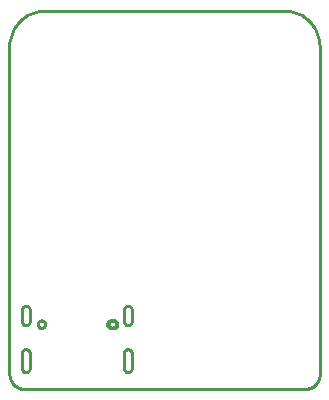
<source format=gbr>
G04 EAGLE Gerber RS-274X export*
G75*
%MOMM*%
%FSLAX34Y34*%
%LPD*%
%IN*%
%IPPOS*%
%AMOC8*
5,1,8,0,0,1.08239X$1,22.5*%
G01*
%ADD10C,0.254000*%


D10*
X14820Y12842D02*
X14820Y12842D01*
X14900Y11694D01*
X15080Y10557D01*
X15358Y9441D01*
X15733Y8353D01*
X16201Y7302D01*
X16758Y6295D01*
X17402Y5341D01*
X18126Y4447D01*
X18925Y3619D01*
X19794Y2864D01*
X20725Y2187D01*
X21711Y1595D01*
X22745Y1090D01*
X23819Y678D01*
X24925Y360D01*
X26055Y141D01*
X27199Y20D01*
X28350Y0D01*
X256200Y0D01*
X266753Y24D01*
X266753Y24D01*
X267838Y237D01*
X268900Y544D01*
X269931Y942D01*
X270923Y1429D01*
X271869Y2000D01*
X272762Y2651D01*
X273595Y3378D01*
X274361Y4175D01*
X275055Y5035D01*
X275671Y5953D01*
X276205Y6921D01*
X276653Y7931D01*
X277011Y8977D01*
X277276Y10050D01*
X277447Y11142D01*
X277522Y12245D01*
X277500Y13350D01*
X277500Y290337D01*
X277386Y292952D01*
X277044Y295547D01*
X276478Y298102D01*
X275691Y300598D01*
X274689Y303016D01*
X273481Y305337D01*
X272075Y307545D01*
X270481Y309621D01*
X268713Y311551D01*
X266784Y313319D01*
X264707Y314912D01*
X262500Y316318D01*
X260179Y317527D01*
X257761Y318528D01*
X255265Y319315D01*
X252709Y319882D01*
X250115Y320223D01*
X247500Y320337D01*
X210919Y320337D01*
X70984Y320214D01*
X44818Y320213D01*
X42369Y320106D01*
X39766Y319770D01*
X37202Y319210D01*
X34696Y318427D01*
X32268Y317430D01*
X29937Y316225D01*
X27719Y314821D01*
X25632Y313229D01*
X23692Y311461D01*
X21914Y309531D01*
X20310Y307454D01*
X18893Y305244D01*
X17675Y302919D01*
X16663Y300497D01*
X15867Y297996D01*
X15292Y295436D01*
X14942Y292834D01*
X14820Y290213D01*
X14820Y12842D01*
X97560Y54864D02*
X97572Y54589D01*
X97608Y54317D01*
X97667Y54049D01*
X97750Y53787D01*
X97855Y53533D01*
X97982Y53289D01*
X98130Y53057D01*
X98297Y52839D01*
X98483Y52637D01*
X98685Y52451D01*
X98903Y52284D01*
X99135Y52136D01*
X99379Y52009D01*
X99633Y51904D01*
X99895Y51821D01*
X100163Y51762D01*
X100435Y51726D01*
X100710Y51714D01*
X103210Y51714D01*
X103485Y51726D01*
X103757Y51762D01*
X104025Y51821D01*
X104287Y51904D01*
X104541Y52009D01*
X104785Y52136D01*
X105017Y52284D01*
X105235Y52451D01*
X105437Y52637D01*
X105623Y52839D01*
X105790Y53057D01*
X105938Y53289D01*
X106065Y53533D01*
X106170Y53787D01*
X106253Y54049D01*
X106312Y54317D01*
X106348Y54589D01*
X106360Y54864D01*
X106348Y55139D01*
X106312Y55411D01*
X106253Y55679D01*
X106170Y55941D01*
X106065Y56195D01*
X105938Y56439D01*
X105790Y56671D01*
X105623Y56889D01*
X105437Y57091D01*
X105235Y57277D01*
X105017Y57444D01*
X104785Y57592D01*
X104541Y57719D01*
X104287Y57824D01*
X104025Y57907D01*
X103757Y57966D01*
X103485Y58002D01*
X103210Y58014D01*
X100710Y58014D01*
X100435Y58002D01*
X100163Y57966D01*
X99895Y57907D01*
X99633Y57824D01*
X99379Y57719D01*
X99135Y57592D01*
X98903Y57444D01*
X98685Y57277D01*
X98483Y57091D01*
X98297Y56889D01*
X98130Y56671D01*
X97982Y56439D01*
X97855Y56195D01*
X97750Y55941D01*
X97667Y55679D01*
X97608Y55411D01*
X97572Y55139D01*
X97560Y54864D01*
X25510Y17364D02*
X25522Y17081D01*
X25559Y16800D01*
X25621Y16523D01*
X25706Y16252D01*
X25815Y15991D01*
X25945Y15739D01*
X26098Y15500D01*
X26270Y15275D01*
X26462Y15066D01*
X26671Y14874D01*
X26896Y14702D01*
X27135Y14549D01*
X27387Y14419D01*
X27648Y14310D01*
X27919Y14225D01*
X28196Y14163D01*
X28477Y14126D01*
X28760Y14114D01*
X29043Y14126D01*
X29324Y14163D01*
X29601Y14225D01*
X29872Y14310D01*
X30134Y14419D01*
X30385Y14549D01*
X30624Y14702D01*
X30849Y14874D01*
X31058Y15066D01*
X31250Y15275D01*
X31422Y15500D01*
X31575Y15739D01*
X31706Y15991D01*
X31814Y16252D01*
X31899Y16523D01*
X31961Y16800D01*
X31998Y17081D01*
X32010Y17364D01*
X32010Y30364D01*
X31998Y30647D01*
X31961Y30928D01*
X31899Y31205D01*
X31814Y31476D01*
X31706Y31738D01*
X31575Y31989D01*
X31422Y32228D01*
X31250Y32453D01*
X31058Y32662D01*
X30849Y32854D01*
X30624Y33026D01*
X30385Y33179D01*
X30134Y33310D01*
X29872Y33418D01*
X29601Y33503D01*
X29324Y33565D01*
X29043Y33602D01*
X28760Y33614D01*
X28477Y33602D01*
X28196Y33565D01*
X27919Y33503D01*
X27648Y33418D01*
X27387Y33310D01*
X27135Y33179D01*
X26896Y33026D01*
X26671Y32854D01*
X26462Y32662D01*
X26270Y32453D01*
X26098Y32228D01*
X25945Y31989D01*
X25815Y31738D01*
X25706Y31476D01*
X25621Y31205D01*
X25559Y30928D01*
X25522Y30647D01*
X25510Y30364D01*
X25510Y17364D01*
X111910Y17364D02*
X111922Y17081D01*
X111959Y16800D01*
X112021Y16523D01*
X112106Y16252D01*
X112215Y15991D01*
X112345Y15739D01*
X112498Y15500D01*
X112670Y15275D01*
X112862Y15066D01*
X113071Y14874D01*
X113296Y14702D01*
X113535Y14549D01*
X113787Y14419D01*
X114048Y14310D01*
X114319Y14225D01*
X114596Y14163D01*
X114877Y14126D01*
X115160Y14114D01*
X115443Y14126D01*
X115724Y14163D01*
X116001Y14225D01*
X116272Y14310D01*
X116534Y14419D01*
X116785Y14549D01*
X117024Y14702D01*
X117249Y14874D01*
X117458Y15066D01*
X117650Y15275D01*
X117822Y15500D01*
X117975Y15739D01*
X118106Y15991D01*
X118214Y16252D01*
X118299Y16523D01*
X118361Y16800D01*
X118398Y17081D01*
X118410Y17364D01*
X118410Y30364D01*
X118398Y30647D01*
X118361Y30928D01*
X118299Y31205D01*
X118214Y31476D01*
X118106Y31738D01*
X117975Y31989D01*
X117822Y32228D01*
X117650Y32453D01*
X117458Y32662D01*
X117249Y32854D01*
X117024Y33026D01*
X116785Y33179D01*
X116534Y33310D01*
X116272Y33418D01*
X116001Y33503D01*
X115724Y33565D01*
X115443Y33602D01*
X115160Y33614D01*
X114877Y33602D01*
X114596Y33565D01*
X114319Y33503D01*
X114048Y33418D01*
X113787Y33310D01*
X113535Y33179D01*
X113296Y33026D01*
X113071Y32854D01*
X112862Y32662D01*
X112670Y32453D01*
X112498Y32228D01*
X112345Y31989D01*
X112215Y31738D01*
X112106Y31476D01*
X112021Y31205D01*
X111959Y30928D01*
X111922Y30647D01*
X111910Y30364D01*
X111910Y17364D01*
X25510Y57114D02*
X25522Y56831D01*
X25559Y56550D01*
X25621Y56273D01*
X25706Y56002D01*
X25815Y55741D01*
X25945Y55489D01*
X26098Y55250D01*
X26270Y55025D01*
X26462Y54816D01*
X26671Y54624D01*
X26896Y54452D01*
X27135Y54299D01*
X27387Y54169D01*
X27648Y54060D01*
X27919Y53975D01*
X28196Y53913D01*
X28477Y53876D01*
X28760Y53864D01*
X29043Y53876D01*
X29324Y53913D01*
X29601Y53975D01*
X29872Y54060D01*
X30134Y54169D01*
X30385Y54299D01*
X30624Y54452D01*
X30849Y54624D01*
X31058Y54816D01*
X31250Y55025D01*
X31422Y55250D01*
X31575Y55489D01*
X31706Y55741D01*
X31814Y56002D01*
X31899Y56273D01*
X31961Y56550D01*
X31998Y56831D01*
X32010Y57114D01*
X32010Y67114D01*
X31998Y67397D01*
X31961Y67678D01*
X31899Y67955D01*
X31814Y68226D01*
X31706Y68488D01*
X31575Y68739D01*
X31422Y68978D01*
X31250Y69203D01*
X31058Y69412D01*
X30849Y69604D01*
X30624Y69776D01*
X30385Y69929D01*
X30134Y70060D01*
X29872Y70168D01*
X29601Y70253D01*
X29324Y70315D01*
X29043Y70352D01*
X28760Y70364D01*
X28477Y70352D01*
X28196Y70315D01*
X27919Y70253D01*
X27648Y70168D01*
X27387Y70060D01*
X27135Y69929D01*
X26896Y69776D01*
X26671Y69604D01*
X26462Y69412D01*
X26270Y69203D01*
X26098Y68978D01*
X25945Y68739D01*
X25815Y68488D01*
X25706Y68226D01*
X25621Y67955D01*
X25559Y67678D01*
X25522Y67397D01*
X25510Y67114D01*
X25510Y57114D01*
X111910Y57114D02*
X111922Y56831D01*
X111959Y56550D01*
X112021Y56273D01*
X112106Y56002D01*
X112215Y55741D01*
X112345Y55489D01*
X112498Y55250D01*
X112670Y55025D01*
X112862Y54816D01*
X113071Y54624D01*
X113296Y54452D01*
X113535Y54299D01*
X113787Y54169D01*
X114048Y54060D01*
X114319Y53975D01*
X114596Y53913D01*
X114877Y53876D01*
X115160Y53864D01*
X115443Y53876D01*
X115724Y53913D01*
X116001Y53975D01*
X116272Y54060D01*
X116534Y54169D01*
X116785Y54299D01*
X117024Y54452D01*
X117249Y54624D01*
X117458Y54816D01*
X117650Y55025D01*
X117822Y55250D01*
X117975Y55489D01*
X118106Y55741D01*
X118214Y56002D01*
X118299Y56273D01*
X118361Y56550D01*
X118398Y56831D01*
X118410Y57114D01*
X118410Y67114D01*
X118398Y67397D01*
X118361Y67678D01*
X118299Y67955D01*
X118214Y68226D01*
X118106Y68488D01*
X117975Y68739D01*
X117822Y68978D01*
X117650Y69203D01*
X117458Y69412D01*
X117249Y69604D01*
X117024Y69776D01*
X116785Y69929D01*
X116534Y70060D01*
X116272Y70168D01*
X116001Y70253D01*
X115724Y70315D01*
X115443Y70352D01*
X115160Y70364D01*
X114877Y70352D01*
X114596Y70315D01*
X114319Y70253D01*
X114048Y70168D01*
X113787Y70060D01*
X113535Y69929D01*
X113296Y69776D01*
X113071Y69604D01*
X112862Y69412D01*
X112670Y69203D01*
X112498Y68978D01*
X112345Y68739D01*
X112215Y68488D01*
X112106Y68226D01*
X112021Y67955D01*
X111959Y67678D01*
X111922Y67397D01*
X111910Y67114D01*
X111910Y57114D01*
X104960Y54628D02*
X104886Y54162D01*
X104740Y53712D01*
X104526Y53292D01*
X104248Y52910D01*
X103914Y52576D01*
X103532Y52298D01*
X103112Y52084D01*
X102663Y51938D01*
X102196Y51864D01*
X101724Y51864D01*
X101258Y51938D01*
X100808Y52084D01*
X100388Y52298D01*
X100006Y52576D01*
X99672Y52910D01*
X99394Y53292D01*
X99180Y53712D01*
X99034Y54162D01*
X98960Y54628D01*
X98960Y55100D01*
X99034Y55567D01*
X99180Y56016D01*
X99394Y56436D01*
X99672Y56818D01*
X100006Y57152D01*
X100388Y57430D01*
X100808Y57644D01*
X101258Y57790D01*
X101724Y57864D01*
X102196Y57864D01*
X102663Y57790D01*
X103112Y57644D01*
X103532Y57430D01*
X103914Y57152D01*
X104248Y56818D01*
X104526Y56436D01*
X104740Y56016D01*
X104886Y55567D01*
X104960Y55100D01*
X104960Y54628D01*
X105110Y54616D02*
X105032Y54126D01*
X104879Y53655D01*
X104654Y53213D01*
X104363Y52812D01*
X104012Y52461D01*
X103611Y52170D01*
X103169Y51945D01*
X102698Y51792D01*
X102208Y51714D01*
X101712Y51714D01*
X101222Y51792D01*
X100751Y51945D01*
X100309Y52170D01*
X99908Y52461D01*
X99557Y52812D01*
X99266Y53213D01*
X99041Y53655D01*
X98888Y54126D01*
X98810Y54616D01*
X98810Y55112D01*
X98888Y55602D01*
X99041Y56073D01*
X99266Y56515D01*
X99557Y56916D01*
X99908Y57267D01*
X100309Y57558D01*
X100751Y57783D01*
X101222Y57936D01*
X101712Y58014D01*
X102208Y58014D01*
X102698Y57936D01*
X103169Y57783D01*
X103611Y57558D01*
X104012Y57267D01*
X104363Y56916D01*
X104654Y56515D01*
X104879Y56073D01*
X105032Y55602D01*
X105110Y55112D01*
X105110Y54616D01*
X45110Y54616D02*
X45032Y54126D01*
X44879Y53655D01*
X44654Y53213D01*
X44363Y52812D01*
X44012Y52461D01*
X43611Y52170D01*
X43169Y51945D01*
X42698Y51792D01*
X42208Y51714D01*
X41712Y51714D01*
X41222Y51792D01*
X40751Y51945D01*
X40309Y52170D01*
X39908Y52461D01*
X39557Y52812D01*
X39266Y53213D01*
X39041Y53655D01*
X38888Y54126D01*
X38810Y54616D01*
X38810Y55112D01*
X38888Y55602D01*
X39041Y56073D01*
X39266Y56515D01*
X39557Y56916D01*
X39908Y57267D01*
X40309Y57558D01*
X40751Y57783D01*
X41222Y57936D01*
X41712Y58014D01*
X42208Y58014D01*
X42698Y57936D01*
X43169Y57783D01*
X43611Y57558D01*
X44012Y57267D01*
X44363Y56916D01*
X44654Y56515D01*
X44879Y56073D01*
X45032Y55602D01*
X45110Y55112D01*
X45110Y54616D01*
M02*

</source>
